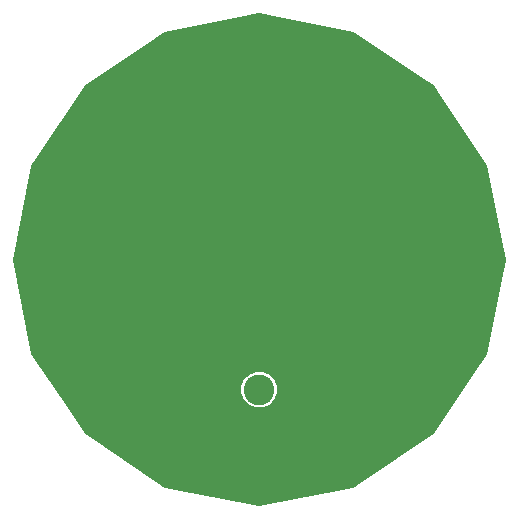
<source format=gbl>
G04 #@! TF.FileFunction,Copper,L2,Bot,Signal*
%FSLAX46Y46*%
G04 Gerber Fmt 4.6, Leading zero omitted, Abs format (unit mm)*
G04 Created by KiCad (PCBNEW 4.0.7) date 07/17/18 21:03:51*
%MOMM*%
%LPD*%
G01*
G04 APERTURE LIST*
%ADD10C,0.100000*%
%ADD11C,2.600000*%
%ADD12C,0.600000*%
%ADD13C,0.250000*%
%ADD14C,0.200000*%
G04 APERTURE END LIST*
D10*
D11*
X100000000Y-111000000D03*
D12*
X107000000Y-94000000D03*
X105000000Y-94000000D03*
X103000000Y-94000000D03*
X101000000Y-94000000D03*
X99000000Y-94000000D03*
X97000000Y-94000000D03*
X95000000Y-94000000D03*
X93000000Y-94000000D03*
X107000000Y-96000000D03*
X105000000Y-96000000D03*
X103000000Y-96000000D03*
X101000000Y-96000000D03*
X99000000Y-96000000D03*
X97000000Y-96000000D03*
X95000000Y-96000000D03*
X93000000Y-96000000D03*
X107000000Y-116000000D03*
X105000000Y-116000000D03*
X103000000Y-116000000D03*
X101000000Y-116000000D03*
X99000000Y-116000000D03*
X97000000Y-116000000D03*
X95000000Y-116000000D03*
X93000000Y-116000000D03*
X107000000Y-114000000D03*
X105000000Y-114000000D03*
X103000000Y-114000000D03*
X101000000Y-114000000D03*
X99000000Y-114000000D03*
X97000000Y-114000000D03*
X95000000Y-114000000D03*
X93000000Y-114000000D03*
X107000000Y-112000000D03*
X105000000Y-112000000D03*
X103000000Y-112000000D03*
X97000000Y-112000000D03*
X95000000Y-112000000D03*
X93000000Y-112000000D03*
X107000000Y-110000000D03*
X105000000Y-110000000D03*
X103000000Y-110000000D03*
X97000000Y-110000000D03*
X95000000Y-110000000D03*
X93000000Y-110000000D03*
X107000000Y-108000000D03*
X105000000Y-108000000D03*
X103000000Y-108000000D03*
X97000000Y-108000000D03*
X95000000Y-108000000D03*
X93000000Y-108000000D03*
X107000000Y-106000000D03*
X105000000Y-106000000D03*
X103000000Y-106000000D03*
X93000000Y-106000000D03*
X95000000Y-106000000D03*
X97000000Y-106000000D03*
X107000000Y-104000000D03*
X105000000Y-104000000D03*
X103000000Y-104000000D03*
X93000000Y-104000000D03*
X95000000Y-104000000D03*
X97000000Y-104000000D03*
X93000000Y-102000000D03*
X95000000Y-102000000D03*
X97000000Y-102000000D03*
X93000000Y-100010000D03*
X93000000Y-98000000D03*
X95000000Y-98000000D03*
X97000000Y-98000000D03*
X99000000Y-98000000D03*
X101000000Y-98000000D03*
X107000000Y-98000000D03*
X105000000Y-98000000D03*
X103000000Y-98000000D03*
X103000000Y-102000000D03*
X105000000Y-102000000D03*
X107000000Y-102000000D03*
X107000000Y-100000000D03*
X105000000Y-100000000D03*
X95000000Y-100000000D03*
X97000000Y-100000000D03*
X103000000Y-100000000D03*
D13*
X103000000Y-98030000D02*
X103030000Y-98030000D01*
X107000000Y-101970000D02*
X106970000Y-102000000D01*
D14*
G36*
X107964868Y-80771108D02*
X114717157Y-85282843D01*
X119228892Y-92035132D01*
X120813203Y-100000000D01*
X119228892Y-107964868D01*
X114717157Y-114717157D01*
X107964868Y-119228892D01*
X100000000Y-120813203D01*
X92035132Y-119228892D01*
X85282843Y-114717157D01*
X83010840Y-111316863D01*
X98399723Y-111316863D01*
X98642795Y-111905143D01*
X99092489Y-112355623D01*
X99680344Y-112599722D01*
X100316863Y-112600277D01*
X100905143Y-112357205D01*
X101355623Y-111907511D01*
X101599722Y-111319656D01*
X101600277Y-110683137D01*
X101357205Y-110094857D01*
X100907511Y-109644377D01*
X100319656Y-109400278D01*
X99683137Y-109399723D01*
X99094857Y-109642795D01*
X98644377Y-110092489D01*
X98400278Y-110680344D01*
X98399723Y-111316863D01*
X83010840Y-111316863D01*
X80771108Y-107964868D01*
X79186797Y-100000000D01*
X80771108Y-92035132D01*
X85282843Y-85282843D01*
X92035132Y-80771108D01*
X100000000Y-79186797D01*
X107964868Y-80771108D01*
X107964868Y-80771108D01*
G37*
X107964868Y-80771108D02*
X114717157Y-85282843D01*
X119228892Y-92035132D01*
X120813203Y-100000000D01*
X119228892Y-107964868D01*
X114717157Y-114717157D01*
X107964868Y-119228892D01*
X100000000Y-120813203D01*
X92035132Y-119228892D01*
X85282843Y-114717157D01*
X83010840Y-111316863D01*
X98399723Y-111316863D01*
X98642795Y-111905143D01*
X99092489Y-112355623D01*
X99680344Y-112599722D01*
X100316863Y-112600277D01*
X100905143Y-112357205D01*
X101355623Y-111907511D01*
X101599722Y-111319656D01*
X101600277Y-110683137D01*
X101357205Y-110094857D01*
X100907511Y-109644377D01*
X100319656Y-109400278D01*
X99683137Y-109399723D01*
X99094857Y-109642795D01*
X98644377Y-110092489D01*
X98400278Y-110680344D01*
X98399723Y-111316863D01*
X83010840Y-111316863D01*
X80771108Y-107964868D01*
X79186797Y-100000000D01*
X80771108Y-92035132D01*
X85282843Y-85282843D01*
X92035132Y-80771108D01*
X100000000Y-79186797D01*
X107964868Y-80771108D01*
M02*

</source>
